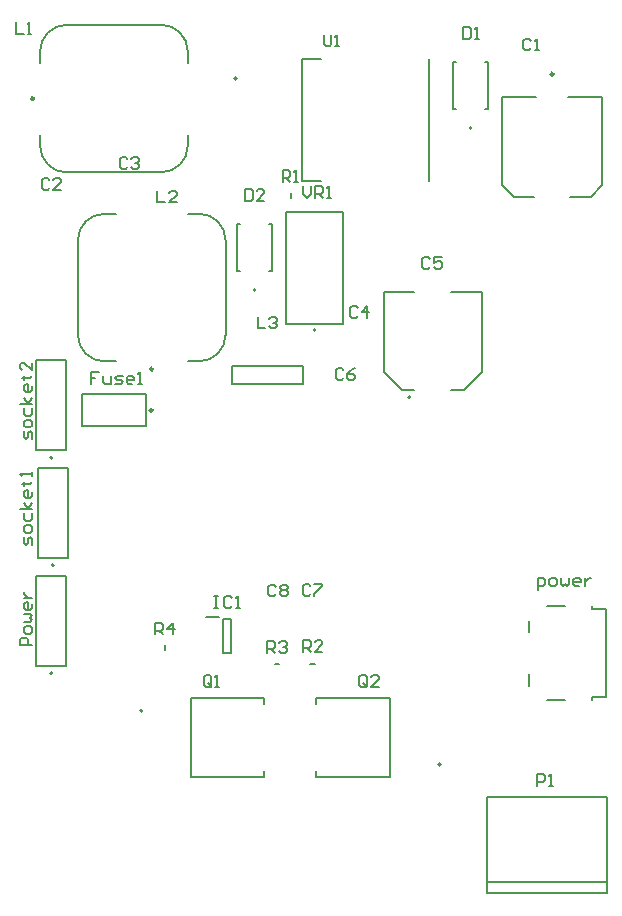
<source format=gbr>
%TF.GenerationSoftware,Altium Limited,Altium Designer,24.8.2 (39)*%
G04 Layer_Color=65535*
%FSLAX45Y45*%
%MOMM*%
%TF.SameCoordinates,881BA8A5-86D7-4330-8FCF-DEEC594DC812*%
%TF.FilePolarity,Positive*%
%TF.FileFunction,Legend,Top*%
%TF.Part,Single*%
G01*
G75*
%TA.AperFunction,NonConductor*%
%ADD48C,0.25000*%
%ADD49C,0.20000*%
%ADD50C,0.15000*%
%ADD51C,0.12700*%
D48*
X1742500Y4480000D02*
G03*
X1742500Y4480000I-12500J0D01*
G01*
X732500Y6770000D02*
G03*
X732500Y6770000I-12500J0D01*
G01*
X5132500Y6977500D02*
G03*
X5132500Y6977500I-12500J0D01*
G01*
X1736500Y4130000D02*
G03*
X1736500Y4130000I-12500J0D01*
G01*
D49*
X2355000Y5570000D02*
G03*
X2130000Y5795000I-225000J0D01*
G01*
Y4545000D02*
G03*
X2355000Y4770000I0J225000D01*
G01*
X1105000D02*
G03*
X1330000Y4545000I225000J0D01*
G01*
Y5795000D02*
G03*
X1105000Y5570000I0J-225000D01*
G01*
X3120000Y4811000D02*
G03*
X3120000Y4811000I-10000J0D01*
G01*
X890000Y1904000D02*
G03*
X890000Y1904000I-10000J0D01*
G01*
X900000Y2818000D02*
G03*
X900000Y2818000I-10000J0D01*
G01*
X890000Y3728000D02*
G03*
X890000Y3728000I-10000J0D01*
G01*
X3920000Y4240000D02*
G03*
X3920000Y4240000I-10000J0D01*
G01*
X2035000Y7170000D02*
G03*
X1810000Y7395000I-225000J0D01*
G01*
X1010000D02*
G03*
X785000Y7170000I0J-225000D01*
G01*
Y6370000D02*
G03*
X1010000Y6145000I225000J0D01*
G01*
X1810000D02*
G03*
X2035000Y6370000I0J225000D01*
G01*
X2450000Y6940000D02*
G03*
X2450000Y6940000I-10000J0D01*
G01*
X1651900Y1588600D02*
G03*
X1651900Y1588600I-10000J0D01*
G01*
X2610000Y5150000D02*
G03*
X2610000Y5150000I-10000J0D01*
G01*
X4440000Y6520000D02*
G03*
X4440000Y6520000I-10000J0D01*
G01*
X4176100Y1131400D02*
G03*
X4176100Y1131400I-10000J0D01*
G01*
X1330000Y4545000D02*
X1425000D01*
X2035000D02*
X2130000D01*
X2035000Y5795000D02*
X2130000D01*
X1330000D02*
X1425000D01*
X2355000Y4770000D02*
Y5570000D01*
X1105000Y4770000D02*
Y5570000D01*
X753000Y1969000D02*
X1007000D01*
X753000Y2731000D02*
X1007000D01*
X753000Y1969000D02*
Y2731000D01*
X1007000Y1969000D02*
Y2731000D01*
X1017000Y2883000D02*
Y3645000D01*
X763000Y2883000D02*
Y3645000D01*
X1017000D01*
X763000Y2883000D02*
X1017000D01*
X1007000Y3793000D02*
Y4555000D01*
X753000Y3793000D02*
Y4555000D01*
X1007000D01*
X753000Y3793000D02*
X1007000D01*
X1010000Y7395000D02*
X1810000D01*
X1010000Y6145000D02*
X1810000D01*
X2035000Y7075000D02*
Y7170000D01*
Y6370000D02*
Y6465000D01*
X785000Y6370000D02*
Y6465000D01*
Y7075000D02*
Y7170000D01*
X4695000Y6785000D02*
X4982500D01*
X5257500D02*
X5545000D01*
X4695000Y6035000D02*
Y6785000D01*
X5545000Y6035000D02*
Y6785000D01*
X5270000Y5935000D02*
X5445000D01*
X4795000D02*
X4970000D01*
X4695000Y6035000D02*
X4795000Y5935000D01*
X5445000D02*
X5545000Y6035000D01*
X2410000Y4355000D02*
Y4505000D01*
Y4355000D02*
X3010000D01*
X2410000Y4505000D02*
X3010000D01*
Y4355000D02*
Y4505000D01*
X2187500Y2380000D02*
X2302500D01*
X2337500Y2075000D02*
Y2365000D01*
Y2075000D02*
X2402500D01*
Y2365000D01*
X2337500D02*
X2402500D01*
X1141000Y4264500D02*
X1679000D01*
Y3995500D02*
Y4264500D01*
X1141000Y3995500D02*
X1679000D01*
X1141000D02*
Y4264500D01*
D50*
X3070000Y1985000D02*
X3110000D01*
X2770000Y1980000D02*
X2810000D01*
X1840000Y2100000D02*
Y2140000D01*
X5460000Y1675000D02*
Y1705000D01*
X5580000D01*
Y2445000D01*
X5460000D02*
X5580000D01*
X5460000D02*
Y2475000D01*
X5080000Y1675000D02*
X5225000D01*
X5080000Y2475000D02*
X5225000D01*
X4920000Y1800000D02*
Y1895000D01*
Y2255000D02*
Y2350000D01*
X2905000Y5930000D02*
Y5970000D01*
X3009194Y2087516D02*
Y2187484D01*
X3059178D01*
X3075839Y2170822D01*
Y2137500D01*
X3059178Y2120839D01*
X3009194D01*
X3042516D02*
X3075839Y2087516D01*
X3175806D02*
X3109161D01*
X3175806Y2154161D01*
Y2170822D01*
X3159145Y2187484D01*
X3125823D01*
X3109161Y2170822D01*
X1776694Y5989984D02*
Y5890016D01*
X1843339D01*
X1943307D02*
X1876661D01*
X1943307Y5956661D01*
Y5973323D01*
X1926645Y5989984D01*
X1893323D01*
X1876661Y5973323D01*
X2709193Y2077516D02*
Y2177484D01*
X2759177D01*
X2775838Y2160822D01*
Y2127500D01*
X2759177Y2110839D01*
X2709193D01*
X2742516D02*
X2775838Y2077516D01*
X2809161Y2160822D02*
X2825823Y2177484D01*
X2859145D01*
X2875806Y2160822D01*
Y2144161D01*
X2859145Y2127500D01*
X2842484D01*
X2859145D01*
X2875806Y2110839D01*
Y2094177D01*
X2859145Y2077516D01*
X2825823D01*
X2809161Y2094177D01*
X3010871Y6029984D02*
Y5963339D01*
X3044194Y5930016D01*
X3077516Y5963339D01*
Y6029984D01*
X3110839Y5930016D02*
Y6029984D01*
X3160823D01*
X3177484Y6013322D01*
Y5980000D01*
X3160823Y5963339D01*
X3110839D01*
X3144161D02*
X3177484Y5930016D01*
X3210807D02*
X3244129D01*
X3227468D01*
Y6029984D01*
X3210807Y6013322D01*
X714984Y2140072D02*
X615016D01*
Y2190056D01*
X631677Y2206717D01*
X665000D01*
X681661Y2190056D01*
Y2140072D01*
X714984Y2256702D02*
Y2290024D01*
X698322Y2306685D01*
X665000D01*
X648339Y2290024D01*
Y2256702D01*
X665000Y2240040D01*
X698322D01*
X714984Y2256702D01*
X648339Y2340008D02*
X698322D01*
X714984Y2356669D01*
X698322Y2373331D01*
X714984Y2389992D01*
X698322Y2406653D01*
X648339D01*
X714984Y2489960D02*
Y2456637D01*
X698322Y2439976D01*
X665000D01*
X648339Y2456637D01*
Y2489960D01*
X665000Y2506621D01*
X681661D01*
Y2439976D01*
X648339Y2539944D02*
X714984D01*
X681661D01*
X665000Y2556605D01*
X648339Y2573266D01*
Y2589928D01*
X3074005Y2641086D02*
X3057344Y2657748D01*
X3024021D01*
X3007360Y2641086D01*
Y2574441D01*
X3024021Y2557780D01*
X3057344D01*
X3074005Y2574441D01*
X3107328Y2657748D02*
X3173973D01*
Y2641086D01*
X3107328Y2574441D01*
Y2557780D01*
X3185160Y7311028D02*
Y7227721D01*
X3201821Y7211060D01*
X3235144D01*
X3251805Y7227721D01*
Y7311028D01*
X3285128Y7211060D02*
X3318450D01*
X3301789D01*
Y7311028D01*
X3285128Y7294366D01*
X714984Y3885104D02*
Y3935088D01*
X698322Y3951750D01*
X681661Y3935088D01*
Y3901766D01*
X665000Y3885104D01*
X648339Y3901766D01*
Y3951750D01*
X714984Y4001734D02*
Y4035056D01*
X698322Y4051717D01*
X665000D01*
X648339Y4035056D01*
Y4001734D01*
X665000Y3985072D01*
X698322D01*
X714984Y4001734D01*
X648339Y4151685D02*
Y4101701D01*
X665000Y4085040D01*
X698322D01*
X714984Y4101701D01*
Y4151685D01*
Y4185008D02*
X615016D01*
X681661D02*
X648339Y4234992D01*
X681661Y4185008D02*
X714984Y4234992D01*
Y4334960D02*
Y4301637D01*
X698322Y4284976D01*
X665000D01*
X648339Y4301637D01*
Y4334960D01*
X665000Y4351621D01*
X681661D01*
Y4284976D01*
X631677Y4401605D02*
X648339D01*
Y4384943D01*
Y4418266D01*
Y4401605D01*
X698322D01*
X714984Y4418266D01*
Y4534895D02*
Y4468250D01*
X648339Y4534895D01*
X631677D01*
X615016Y4518234D01*
Y4484911D01*
X631677Y4468250D01*
X714984Y2991766D02*
Y3041750D01*
X698322Y3058411D01*
X681661Y3041750D01*
Y3008428D01*
X665000Y2991766D01*
X648339Y3008428D01*
Y3058411D01*
X714984Y3108395D02*
Y3141718D01*
X698322Y3158379D01*
X665000D01*
X648339Y3141718D01*
Y3108395D01*
X665000Y3091734D01*
X698322D01*
X714984Y3108395D01*
X648339Y3258347D02*
Y3208363D01*
X665000Y3191702D01*
X698322D01*
X714984Y3208363D01*
Y3258347D01*
Y3291670D02*
X615016D01*
X681661D02*
X648339Y3341653D01*
X681661Y3291670D02*
X714984Y3341653D01*
Y3441621D02*
Y3408299D01*
X698322Y3391637D01*
X665000D01*
X648339Y3408299D01*
Y3441621D01*
X665000Y3458282D01*
X681661D01*
Y3391637D01*
X631677Y3508267D02*
X648339D01*
Y3491605D01*
Y3524928D01*
Y3508267D01*
X698322D01*
X714984Y3524928D01*
Y3574912D02*
Y3608234D01*
Y3591573D01*
X615016D01*
X631677Y3574912D01*
X1757680Y2232660D02*
Y2332628D01*
X1807664D01*
X1824325Y2315966D01*
Y2282644D01*
X1807664Y2265983D01*
X1757680D01*
X1791003D02*
X1824325Y2232660D01*
X1907632D02*
Y2332628D01*
X1857648Y2282644D01*
X1924293D01*
X2837180Y6062980D02*
Y6162948D01*
X2887164D01*
X2903825Y6146286D01*
Y6112964D01*
X2887164Y6096303D01*
X2837180D01*
X2870503D02*
X2903825Y6062980D01*
X2937148D02*
X2970470D01*
X2953809D01*
Y6162948D01*
X2937148Y6146286D01*
X3554065Y1807361D02*
Y1874006D01*
X3537404Y1890668D01*
X3504081D01*
X3487420Y1874006D01*
Y1807361D01*
X3504081Y1790700D01*
X3537404D01*
X3520743Y1824023D02*
X3554065Y1790700D01*
X3537404D02*
X3554065Y1807361D01*
X3654033Y1790700D02*
X3587388D01*
X3654033Y1857345D01*
Y1874006D01*
X3637372Y1890668D01*
X3604049D01*
X3587388Y1874006D01*
X2235805Y1807361D02*
Y1874006D01*
X2219144Y1890668D01*
X2185821D01*
X2169160Y1874006D01*
Y1807361D01*
X2185821Y1790700D01*
X2219144D01*
X2202483Y1824023D02*
X2235805Y1790700D01*
X2219144D02*
X2235805Y1807361D01*
X2269128Y1790700D02*
X2302450D01*
X2285789D01*
Y1890668D01*
X2269128Y1874006D01*
X2626360Y4923428D02*
Y4823460D01*
X2693005D01*
X2726328Y4906766D02*
X2742989Y4923428D01*
X2776312D01*
X2792973Y4906766D01*
Y4890105D01*
X2776312Y4873444D01*
X2759650D01*
X2776312D01*
X2792973Y4856783D01*
Y4840121D01*
X2776312Y4823460D01*
X2742989D01*
X2726328Y4840121D01*
X578355Y7414984D02*
Y7315016D01*
X645000D01*
X678323D02*
X711645D01*
X694984D01*
Y7414984D01*
X678323Y7398323D01*
X2260600Y2558688D02*
X2293923D01*
X2277261D01*
Y2458720D01*
X2260600D01*
X2293923D01*
X2410551Y2542026D02*
X2393890Y2558688D01*
X2360568D01*
X2343906Y2542026D01*
Y2475381D01*
X2360568Y2458720D01*
X2393890D01*
X2410551Y2475381D01*
X2443874Y2458720D02*
X2477197D01*
X2460536D01*
Y2558688D01*
X2443874Y2542026D01*
X1283305Y4453528D02*
X1216660D01*
Y4403544D01*
X1249983D01*
X1216660D01*
Y4353560D01*
X1316628Y4420205D02*
Y4370221D01*
X1333289Y4353560D01*
X1383273D01*
Y4420205D01*
X1416596Y4353560D02*
X1466579D01*
X1483241Y4370221D01*
X1466579Y4386883D01*
X1433257D01*
X1416596Y4403544D01*
X1433257Y4420205D01*
X1483241D01*
X1566547Y4353560D02*
X1533225D01*
X1516563Y4370221D01*
Y4403544D01*
X1533225Y4420205D01*
X1566547D01*
X1583208Y4403544D01*
Y4386883D01*
X1516563D01*
X1616531Y4353560D02*
X1649854D01*
X1633193D01*
Y4453528D01*
X1616531Y4436866D01*
X2517140Y6002928D02*
Y5902960D01*
X2567124D01*
X2583785Y5919621D01*
Y5986266D01*
X2567124Y6002928D01*
X2517140D01*
X2683753Y5902960D02*
X2617108D01*
X2683753Y5969605D01*
Y5986266D01*
X2667092Y6002928D01*
X2633769D01*
X2617108Y5986266D01*
X4363720Y7374528D02*
Y7274560D01*
X4413704D01*
X4430365Y7291221D01*
Y7357866D01*
X4413704Y7374528D01*
X4363720D01*
X4463688Y7274560D02*
X4497010D01*
X4480349D01*
Y7374528D01*
X4463688Y7357866D01*
X2784445Y2638546D02*
X2767784Y2655208D01*
X2734461D01*
X2717800Y2638546D01*
Y2571901D01*
X2734461Y2555240D01*
X2767784D01*
X2784445Y2571901D01*
X2817768Y2638546D02*
X2834429Y2655208D01*
X2867752D01*
X2884413Y2638546D01*
Y2621885D01*
X2867752Y2605224D01*
X2884413Y2588563D01*
Y2571901D01*
X2867752Y2555240D01*
X2834429D01*
X2817768Y2571901D01*
Y2588563D01*
X2834429Y2605224D01*
X2817768Y2621885D01*
Y2638546D01*
X2834429Y2605224D02*
X2867752D01*
X3353405Y4469886D02*
X3336744Y4486548D01*
X3303421D01*
X3286760Y4469886D01*
Y4403241D01*
X3303421Y4386580D01*
X3336744D01*
X3353405Y4403241D01*
X3453373Y4486548D02*
X3420050Y4469886D01*
X3386728Y4436564D01*
Y4403241D01*
X3403389Y4386580D01*
X3436712D01*
X3453373Y4403241D01*
Y4419903D01*
X3436712Y4436564D01*
X3386728D01*
X4085839Y5408322D02*
X4069178Y5424984D01*
X4035855D01*
X4019194Y5408322D01*
Y5341677D01*
X4035855Y5325016D01*
X4069178D01*
X4085839Y5341677D01*
X4185806Y5424984D02*
X4119161D01*
Y5375000D01*
X4152484Y5391661D01*
X4169145D01*
X4185806Y5375000D01*
Y5341677D01*
X4169145Y5325016D01*
X4135823D01*
X4119161Y5341677D01*
X3472785Y4998206D02*
X3456124Y5014868D01*
X3422801D01*
X3406140Y4998206D01*
Y4931561D01*
X3422801Y4914900D01*
X3456124D01*
X3472785Y4931561D01*
X3556092Y4914900D02*
Y5014868D01*
X3506108Y4964884D01*
X3572753D01*
X1524605Y6260586D02*
X1507944Y6277248D01*
X1474621D01*
X1457960Y6260586D01*
Y6193941D01*
X1474621Y6177280D01*
X1507944D01*
X1524605Y6193941D01*
X1557928Y6260586D02*
X1574589Y6277248D01*
X1607912D01*
X1624573Y6260586D01*
Y6243925D01*
X1607912Y6227264D01*
X1591250D01*
X1607912D01*
X1624573Y6210603D01*
Y6193941D01*
X1607912Y6177280D01*
X1574589D01*
X1557928Y6193941D01*
X864205Y6077706D02*
X847544Y6094368D01*
X814221D01*
X797560Y6077706D01*
Y6011061D01*
X814221Y5994400D01*
X847544D01*
X864205Y6011061D01*
X964173Y5994400D02*
X897528D01*
X964173Y6061045D01*
Y6077706D01*
X947512Y6094368D01*
X914189D01*
X897528Y6077706D01*
X4940000Y7260822D02*
X4923339Y7277484D01*
X4890016D01*
X4873355Y7260822D01*
Y7194177D01*
X4890016Y7177516D01*
X4923339D01*
X4940000Y7194177D01*
X4973323Y7177516D02*
X5006645D01*
X4989984D01*
Y7277484D01*
X4973323Y7260822D01*
X4996180Y2608277D02*
Y2708245D01*
X5046164D01*
X5062825Y2691584D01*
Y2658261D01*
X5046164Y2641600D01*
X4996180D01*
X5112809D02*
X5146132D01*
X5162793Y2658261D01*
Y2691584D01*
X5146132Y2708245D01*
X5112809D01*
X5096148Y2691584D01*
Y2658261D01*
X5112809Y2641600D01*
X5196116Y2708245D02*
Y2658261D01*
X5212777Y2641600D01*
X5229438Y2658261D01*
X5246099Y2641600D01*
X5262761Y2658261D01*
Y2708245D01*
X5346067Y2641600D02*
X5312745D01*
X5296083Y2658261D01*
Y2691584D01*
X5312745Y2708245D01*
X5346067D01*
X5362728Y2691584D01*
Y2674923D01*
X5296083D01*
X5396051Y2708245D02*
Y2641600D01*
Y2674923D01*
X5412713Y2691584D01*
X5429374Y2708245D01*
X5446035D01*
X4991100Y952500D02*
Y1052468D01*
X5041084D01*
X5057745Y1035806D01*
Y1002484D01*
X5041084Y985823D01*
X4991100D01*
X5091068Y952500D02*
X5124390D01*
X5107729D01*
Y1052468D01*
X5091068Y1035806D01*
D51*
X3351000Y4859500D02*
Y5812500D01*
X2868000Y4859500D02*
X3351000D01*
X2868000Y5812500D02*
X3351000D01*
X2868000Y4859500D02*
Y5812500D01*
X4267000Y5135000D02*
X4525000D01*
X3695000D02*
X3953000D01*
X4267000Y4305000D02*
X4375000D01*
X3845000D02*
X3953000D01*
X3695000Y4455000D02*
X3845000Y4305000D01*
X3695000Y4455000D02*
Y5135000D01*
X4525000Y4455000D02*
Y5135000D01*
X4375000Y4305000D02*
X4525000Y4455000D01*
X4075000Y6072000D02*
Y7108000D01*
X2999500Y6072000D02*
X3160000D01*
X2999500Y7108000D02*
X3160000D01*
X2999500Y6072000D02*
Y7108000D01*
X4567000Y140000D02*
X5583000D01*
X4567000D02*
Y860000D01*
Y40000D02*
Y140000D01*
Y40000D02*
X5583000D01*
Y140000D01*
Y860000D01*
X4567000D02*
X5583000D01*
X2061400Y1023400D02*
Y1696600D01*
Y1023400D02*
X2683800D01*
Y1075400D01*
X2061400Y1696600D02*
X2683800D01*
Y1644600D02*
Y1696600D01*
X2450000Y5310000D02*
X2475000D01*
X2725000Y5710000D02*
X2750000D01*
X2450000D02*
X2475000D01*
X2725000Y5310000D02*
X2750000D01*
Y5710000D01*
X2450000Y5310000D02*
Y5710000D01*
X4280000Y6680000D02*
X4305000D01*
X4555000Y7080000D02*
X4580000D01*
X4280000D02*
X4305000D01*
X4555000Y6680000D02*
X4580000D01*
Y7080000D01*
X4280000Y6680000D02*
Y7080000D01*
X3746600Y1023400D02*
Y1696600D01*
X3124200D02*
X3746600D01*
X3124200Y1644600D02*
Y1696600D01*
Y1023400D02*
X3746600D01*
X3124200D02*
Y1075400D01*
%TF.MD5,572a516bf8a28ff702f541dc9fb29523*%
M02*

</source>
